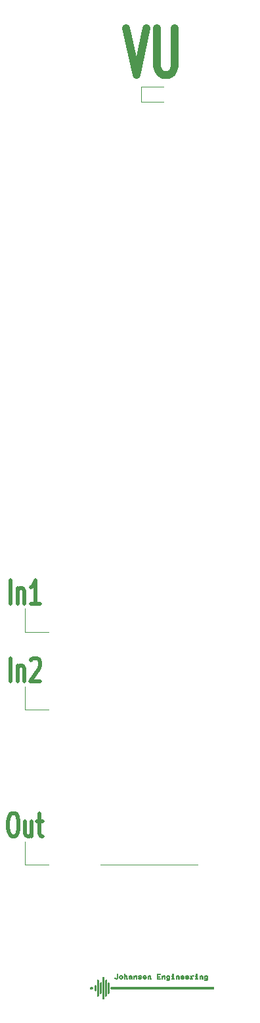
<source format=gto>
G04 #@! TF.GenerationSoftware,KiCad,Pcbnew,(5.1.9)-1*
G04 #@! TF.CreationDate,2021-04-11T23:26:30+02:00*
G04 #@! TF.ProjectId,KicadJE_VU_Meter,4b696361-644a-4455-9f56-555f4d657465,rev?*
G04 #@! TF.SameCoordinates,Original*
G04 #@! TF.FileFunction,Legend,Top*
G04 #@! TF.FilePolarity,Positive*
%FSLAX46Y46*%
G04 Gerber Fmt 4.6, Leading zero omitted, Abs format (unit mm)*
G04 Created by KiCad (PCBNEW (5.1.9)-1) date 2021-04-11 23:26:30*
%MOMM*%
%LPD*%
G01*
G04 APERTURE LIST*
%ADD10C,0.120000*%
%ADD11C,0.500000*%
%ADD12C,1.000000*%
%ADD13C,0.010000*%
%ADD14C,0.150000*%
%ADD15C,10.102000*%
%ADD16O,7.102000X4.102000*%
%ADD17C,35.102000*%
%ADD18C,6.602000*%
G04 APERTURE END LIST*
D10*
X103510000Y-115000000D02*
X103510000Y-112000000D01*
X110510000Y-115000000D02*
X103510000Y-115000000D01*
X103510000Y-125000000D02*
X103510000Y-122000000D01*
X133000000Y-145000000D02*
X103510000Y-145000000D01*
X103510000Y-145000000D02*
X103510000Y-142000000D01*
X110510000Y-125000000D02*
X103510000Y-125000000D01*
D11*
X101843333Y-138357142D02*
X102224285Y-138357142D01*
X102414761Y-138500000D01*
X102605238Y-138785714D01*
X102700476Y-139357142D01*
X102700476Y-140357142D01*
X102605238Y-140928571D01*
X102414761Y-141214285D01*
X102224285Y-141357142D01*
X101843333Y-141357142D01*
X101652857Y-141214285D01*
X101462380Y-140928571D01*
X101367142Y-140357142D01*
X101367142Y-139357142D01*
X101462380Y-138785714D01*
X101652857Y-138500000D01*
X101843333Y-138357142D01*
X104414761Y-139357142D02*
X104414761Y-141357142D01*
X103557619Y-139357142D02*
X103557619Y-140928571D01*
X103652857Y-141214285D01*
X103843333Y-141357142D01*
X104129047Y-141357142D01*
X104319523Y-141214285D01*
X104414761Y-141071428D01*
X105081428Y-139357142D02*
X105843333Y-139357142D01*
X105367142Y-138357142D02*
X105367142Y-140928571D01*
X105462380Y-141214285D01*
X105652857Y-141357142D01*
X105843333Y-141357142D01*
X101652857Y-111357142D02*
X101652857Y-108357142D01*
X102605238Y-109357142D02*
X102605238Y-111357142D01*
X102605238Y-109642857D02*
X102700476Y-109500000D01*
X102890952Y-109357142D01*
X103176666Y-109357142D01*
X103367142Y-109500000D01*
X103462380Y-109785714D01*
X103462380Y-111357142D01*
X105462380Y-111357142D02*
X104319523Y-111357142D01*
X104890952Y-111357142D02*
X104890952Y-108357142D01*
X104700476Y-108785714D01*
X104510000Y-109071428D01*
X104319523Y-109214285D01*
X101652857Y-121357142D02*
X101652857Y-118357142D01*
X102605238Y-119357142D02*
X102605238Y-121357142D01*
X102605238Y-119642857D02*
X102700476Y-119500000D01*
X102890952Y-119357142D01*
X103176666Y-119357142D01*
X103367142Y-119500000D01*
X103462380Y-119785714D01*
X103462380Y-121357142D01*
X104319523Y-118642857D02*
X104414761Y-118500000D01*
X104605238Y-118357142D01*
X105081428Y-118357142D01*
X105271904Y-118500000D01*
X105367142Y-118642857D01*
X105462380Y-118928571D01*
X105462380Y-119214285D01*
X105367142Y-119642857D01*
X104224285Y-121357142D01*
X105462380Y-121357142D01*
D12*
X116571428Y-37214285D02*
X117904761Y-43214285D01*
X119238095Y-37214285D01*
X120571428Y-37214285D02*
X120571428Y-42071428D01*
X120761904Y-42642857D01*
X120952380Y-42928571D01*
X121333333Y-43214285D01*
X122095238Y-43214285D01*
X122476190Y-42928571D01*
X122666666Y-42642857D01*
X122857142Y-42071428D01*
X122857142Y-37214285D01*
D13*
G36*
X125691200Y-159199800D02*
G01*
X125576900Y-159199800D01*
X125576900Y-159072800D01*
X125691200Y-159072800D01*
X125691200Y-159199800D01*
G37*
X125691200Y-159199800D02*
X125576900Y-159199800D01*
X125576900Y-159072800D01*
X125691200Y-159072800D01*
X125691200Y-159199800D01*
G36*
X122643200Y-159199800D02*
G01*
X122528900Y-159199800D01*
X122528900Y-159072800D01*
X122643200Y-159072800D01*
X122643200Y-159199800D01*
G37*
X122643200Y-159199800D02*
X122528900Y-159199800D01*
X122528900Y-159072800D01*
X122643200Y-159072800D01*
X122643200Y-159199800D01*
G36*
X126338114Y-159242318D02*
G01*
X126373195Y-159259123D01*
X126392674Y-159274926D01*
X126434150Y-159311953D01*
X126438239Y-159503526D01*
X126442329Y-159695100D01*
X126338900Y-159695100D01*
X126338900Y-159530907D01*
X126338314Y-159459817D01*
X126336253Y-159409877D01*
X126332258Y-159376854D01*
X126325870Y-159356520D01*
X126318942Y-159346757D01*
X126285287Y-159328974D01*
X126245560Y-159330874D01*
X126206502Y-159350204D01*
X126174851Y-159384714D01*
X126168062Y-159397154D01*
X126156927Y-159433806D01*
X126150505Y-159488629D01*
X126148400Y-159565050D01*
X126148400Y-159695100D01*
X126046800Y-159695100D01*
X126046800Y-159250600D01*
X126097600Y-159250600D01*
X126130192Y-159252142D01*
X126144681Y-159260281D01*
X126148330Y-159280282D01*
X126148400Y-159287430D01*
X126148400Y-159324260D01*
X126191580Y-159281080D01*
X126223768Y-159253238D01*
X126254315Y-159240684D01*
X126292979Y-159237900D01*
X126338114Y-159242318D01*
G37*
X126338114Y-159242318D02*
X126373195Y-159259123D01*
X126392674Y-159274926D01*
X126434150Y-159311953D01*
X126438239Y-159503526D01*
X126442329Y-159695100D01*
X126338900Y-159695100D01*
X126338900Y-159530907D01*
X126338314Y-159459817D01*
X126336253Y-159409877D01*
X126332258Y-159376854D01*
X126325870Y-159356520D01*
X126318942Y-159346757D01*
X126285287Y-159328974D01*
X126245560Y-159330874D01*
X126206502Y-159350204D01*
X126174851Y-159384714D01*
X126168062Y-159397154D01*
X126156927Y-159433806D01*
X126150505Y-159488629D01*
X126148400Y-159565050D01*
X126148400Y-159695100D01*
X126046800Y-159695100D01*
X126046800Y-159250600D01*
X126097600Y-159250600D01*
X126130192Y-159252142D01*
X126144681Y-159260281D01*
X126148330Y-159280282D01*
X126148400Y-159287430D01*
X126148400Y-159324260D01*
X126191580Y-159281080D01*
X126223768Y-159253238D01*
X126254315Y-159240684D01*
X126292979Y-159237900D01*
X126338114Y-159242318D01*
G36*
X125691200Y-159606200D02*
G01*
X125742000Y-159606200D01*
X125774525Y-159607545D01*
X125788979Y-159615854D01*
X125792686Y-159637533D01*
X125792800Y-159650650D01*
X125792800Y-159695100D01*
X125488000Y-159695100D01*
X125488000Y-159650650D01*
X125489965Y-159620858D01*
X125501057Y-159608640D01*
X125529066Y-159606205D01*
X125532450Y-159606200D01*
X125576900Y-159606200D01*
X125576900Y-159339500D01*
X125532450Y-159339500D01*
X125502658Y-159337534D01*
X125490440Y-159326442D01*
X125488005Y-159298433D01*
X125488000Y-159295050D01*
X125488000Y-159250600D01*
X125691200Y-159250600D01*
X125691200Y-159606200D01*
G37*
X125691200Y-159606200D02*
X125742000Y-159606200D01*
X125774525Y-159607545D01*
X125788979Y-159615854D01*
X125792686Y-159637533D01*
X125792800Y-159650650D01*
X125792800Y-159695100D01*
X125488000Y-159695100D01*
X125488000Y-159650650D01*
X125489965Y-159620858D01*
X125501057Y-159608640D01*
X125529066Y-159606205D01*
X125532450Y-159606200D01*
X125576900Y-159606200D01*
X125576900Y-159339500D01*
X125532450Y-159339500D01*
X125502658Y-159337534D01*
X125490440Y-159326442D01*
X125488005Y-159298433D01*
X125488000Y-159295050D01*
X125488000Y-159250600D01*
X125691200Y-159250600D01*
X125691200Y-159606200D01*
G36*
X125233699Y-159240912D02*
G01*
X125258516Y-159250885D01*
X125265016Y-159270931D01*
X125258113Y-159299630D01*
X125247462Y-159325131D01*
X125233608Y-159335481D01*
X125207593Y-159335040D01*
X125190351Y-159332606D01*
X125129116Y-159333141D01*
X125075228Y-159351791D01*
X125035106Y-159385879D01*
X125025293Y-159401368D01*
X125012681Y-159441577D01*
X125006047Y-159497735D01*
X125005400Y-159523019D01*
X125005400Y-159606200D01*
X125056200Y-159606200D01*
X125088725Y-159607545D01*
X125103179Y-159615854D01*
X125106886Y-159637533D01*
X125107000Y-159650650D01*
X125107000Y-159695100D01*
X124802200Y-159695100D01*
X124802200Y-159650650D01*
X124803737Y-159622190D01*
X124813233Y-159609542D01*
X124838010Y-159606299D01*
X124853000Y-159606200D01*
X124903800Y-159606200D01*
X124903800Y-159326800D01*
X124853000Y-159326800D01*
X124820426Y-159325295D01*
X124805946Y-159317142D01*
X124802280Y-159296881D01*
X124802200Y-159288700D01*
X124802200Y-159250600D01*
X125005400Y-159250600D01*
X125005400Y-159332890D01*
X125038393Y-159297307D01*
X125082463Y-159260769D01*
X125133745Y-159242216D01*
X125187201Y-159238094D01*
X125233699Y-159240912D01*
G37*
X125233699Y-159240912D02*
X125258516Y-159250885D01*
X125265016Y-159270931D01*
X125258113Y-159299630D01*
X125247462Y-159325131D01*
X125233608Y-159335481D01*
X125207593Y-159335040D01*
X125190351Y-159332606D01*
X125129116Y-159333141D01*
X125075228Y-159351791D01*
X125035106Y-159385879D01*
X125025293Y-159401368D01*
X125012681Y-159441577D01*
X125006047Y-159497735D01*
X125005400Y-159523019D01*
X125005400Y-159606200D01*
X125056200Y-159606200D01*
X125088725Y-159607545D01*
X125103179Y-159615854D01*
X125106886Y-159637533D01*
X125107000Y-159650650D01*
X125107000Y-159695100D01*
X124802200Y-159695100D01*
X124802200Y-159650650D01*
X124803737Y-159622190D01*
X124813233Y-159609542D01*
X124838010Y-159606299D01*
X124853000Y-159606200D01*
X124903800Y-159606200D01*
X124903800Y-159326800D01*
X124853000Y-159326800D01*
X124820426Y-159325295D01*
X124805946Y-159317142D01*
X124802280Y-159296881D01*
X124802200Y-159288700D01*
X124802200Y-159250600D01*
X125005400Y-159250600D01*
X125005400Y-159332890D01*
X125038393Y-159297307D01*
X125082463Y-159260769D01*
X125133745Y-159242216D01*
X125187201Y-159238094D01*
X125233699Y-159240912D01*
G36*
X123290114Y-159242318D02*
G01*
X123325195Y-159259123D01*
X123344674Y-159274926D01*
X123386150Y-159311953D01*
X123390239Y-159503526D01*
X123394329Y-159695100D01*
X123290900Y-159695100D01*
X123290900Y-159530907D01*
X123290314Y-159459817D01*
X123288253Y-159409877D01*
X123284258Y-159376854D01*
X123277870Y-159356520D01*
X123270942Y-159346757D01*
X123237287Y-159328974D01*
X123197560Y-159330874D01*
X123158502Y-159350204D01*
X123126851Y-159384714D01*
X123120062Y-159397154D01*
X123108927Y-159433806D01*
X123102505Y-159488629D01*
X123100400Y-159565050D01*
X123100400Y-159695100D01*
X122998800Y-159695100D01*
X122998800Y-159250600D01*
X123049600Y-159250600D01*
X123082192Y-159252142D01*
X123096681Y-159260281D01*
X123100330Y-159280282D01*
X123100400Y-159287430D01*
X123100400Y-159324260D01*
X123143580Y-159281080D01*
X123175768Y-159253238D01*
X123206315Y-159240684D01*
X123244979Y-159237900D01*
X123290114Y-159242318D01*
G37*
X123290114Y-159242318D02*
X123325195Y-159259123D01*
X123344674Y-159274926D01*
X123386150Y-159311953D01*
X123390239Y-159503526D01*
X123394329Y-159695100D01*
X123290900Y-159695100D01*
X123290900Y-159530907D01*
X123290314Y-159459817D01*
X123288253Y-159409877D01*
X123284258Y-159376854D01*
X123277870Y-159356520D01*
X123270942Y-159346757D01*
X123237287Y-159328974D01*
X123197560Y-159330874D01*
X123158502Y-159350204D01*
X123126851Y-159384714D01*
X123120062Y-159397154D01*
X123108927Y-159433806D01*
X123102505Y-159488629D01*
X123100400Y-159565050D01*
X123100400Y-159695100D01*
X122998800Y-159695100D01*
X122998800Y-159250600D01*
X123049600Y-159250600D01*
X123082192Y-159252142D01*
X123096681Y-159260281D01*
X123100330Y-159280282D01*
X123100400Y-159287430D01*
X123100400Y-159324260D01*
X123143580Y-159281080D01*
X123175768Y-159253238D01*
X123206315Y-159240684D01*
X123244979Y-159237900D01*
X123290114Y-159242318D01*
G36*
X122643200Y-159606200D02*
G01*
X122694000Y-159606200D01*
X122726525Y-159607545D01*
X122740979Y-159615854D01*
X122744686Y-159637533D01*
X122744800Y-159650650D01*
X122744800Y-159695100D01*
X122440000Y-159695100D01*
X122440000Y-159650650D01*
X122441965Y-159620858D01*
X122453057Y-159608640D01*
X122481066Y-159606205D01*
X122484450Y-159606200D01*
X122528900Y-159606200D01*
X122528900Y-159339500D01*
X122484450Y-159339500D01*
X122454658Y-159337534D01*
X122442440Y-159326442D01*
X122440005Y-159298433D01*
X122440000Y-159295050D01*
X122440000Y-159250600D01*
X122643200Y-159250600D01*
X122643200Y-159606200D01*
G37*
X122643200Y-159606200D02*
X122694000Y-159606200D01*
X122726525Y-159607545D01*
X122740979Y-159615854D01*
X122744686Y-159637533D01*
X122744800Y-159650650D01*
X122744800Y-159695100D01*
X122440000Y-159695100D01*
X122440000Y-159650650D01*
X122441965Y-159620858D01*
X122453057Y-159608640D01*
X122481066Y-159606205D01*
X122484450Y-159606200D01*
X122528900Y-159606200D01*
X122528900Y-159339500D01*
X122484450Y-159339500D01*
X122454658Y-159337534D01*
X122442440Y-159326442D01*
X122440005Y-159298433D01*
X122440000Y-159295050D01*
X122440000Y-159250600D01*
X122643200Y-159250600D01*
X122643200Y-159606200D01*
G36*
X121461314Y-159242318D02*
G01*
X121496395Y-159259123D01*
X121515874Y-159274926D01*
X121557350Y-159311953D01*
X121561439Y-159503526D01*
X121565529Y-159695100D01*
X121462100Y-159695100D01*
X121462100Y-159530907D01*
X121461514Y-159459817D01*
X121459453Y-159409877D01*
X121455458Y-159376854D01*
X121449070Y-159356520D01*
X121442142Y-159346757D01*
X121408487Y-159328974D01*
X121368760Y-159330874D01*
X121329702Y-159350204D01*
X121298051Y-159384714D01*
X121291262Y-159397154D01*
X121280127Y-159433806D01*
X121273705Y-159488629D01*
X121271600Y-159565050D01*
X121271600Y-159695100D01*
X121170000Y-159695100D01*
X121170000Y-159250600D01*
X121220800Y-159250600D01*
X121253392Y-159252142D01*
X121267881Y-159260281D01*
X121271530Y-159280282D01*
X121271600Y-159287430D01*
X121271600Y-159324260D01*
X121314780Y-159281080D01*
X121346968Y-159253238D01*
X121377515Y-159240684D01*
X121416179Y-159237900D01*
X121461314Y-159242318D01*
G37*
X121461314Y-159242318D02*
X121496395Y-159259123D01*
X121515874Y-159274926D01*
X121557350Y-159311953D01*
X121561439Y-159503526D01*
X121565529Y-159695100D01*
X121462100Y-159695100D01*
X121462100Y-159530907D01*
X121461514Y-159459817D01*
X121459453Y-159409877D01*
X121455458Y-159376854D01*
X121449070Y-159356520D01*
X121442142Y-159346757D01*
X121408487Y-159328974D01*
X121368760Y-159330874D01*
X121329702Y-159350204D01*
X121298051Y-159384714D01*
X121291262Y-159397154D01*
X121280127Y-159433806D01*
X121273705Y-159488629D01*
X121271600Y-159565050D01*
X121271600Y-159695100D01*
X121170000Y-159695100D01*
X121170000Y-159250600D01*
X121220800Y-159250600D01*
X121253392Y-159252142D01*
X121267881Y-159260281D01*
X121271530Y-159280282D01*
X121271600Y-159287430D01*
X121271600Y-159324260D01*
X121314780Y-159281080D01*
X121346968Y-159253238D01*
X121377515Y-159240684D01*
X121416179Y-159237900D01*
X121461314Y-159242318D01*
G36*
X120954100Y-159161700D02*
G01*
X120662000Y-159161700D01*
X120662000Y-159339500D01*
X120890600Y-159339500D01*
X120890600Y-159428400D01*
X120662000Y-159428400D01*
X120662000Y-159606200D01*
X120954100Y-159606200D01*
X120954100Y-159695100D01*
X120560400Y-159695100D01*
X120560400Y-159072800D01*
X120954100Y-159072800D01*
X120954100Y-159161700D01*
G37*
X120954100Y-159161700D02*
X120662000Y-159161700D01*
X120662000Y-159339500D01*
X120890600Y-159339500D01*
X120890600Y-159428400D01*
X120662000Y-159428400D01*
X120662000Y-159606200D01*
X120954100Y-159606200D01*
X120954100Y-159695100D01*
X120560400Y-159695100D01*
X120560400Y-159072800D01*
X120954100Y-159072800D01*
X120954100Y-159161700D01*
G36*
X119645214Y-159242318D02*
G01*
X119680295Y-159259123D01*
X119699774Y-159274926D01*
X119741250Y-159311953D01*
X119745339Y-159503526D01*
X119749429Y-159695100D01*
X119646000Y-159695100D01*
X119646000Y-159530907D01*
X119645414Y-159459817D01*
X119643353Y-159409877D01*
X119639358Y-159376854D01*
X119632970Y-159356520D01*
X119626042Y-159346757D01*
X119592387Y-159328974D01*
X119552660Y-159330874D01*
X119513602Y-159350204D01*
X119481951Y-159384714D01*
X119475162Y-159397154D01*
X119464027Y-159433806D01*
X119457605Y-159488629D01*
X119455500Y-159565050D01*
X119455500Y-159695100D01*
X119353900Y-159695100D01*
X119353900Y-159250600D01*
X119404700Y-159250600D01*
X119437292Y-159252142D01*
X119451781Y-159260281D01*
X119455430Y-159280282D01*
X119455500Y-159287430D01*
X119455500Y-159324260D01*
X119498680Y-159281080D01*
X119530868Y-159253238D01*
X119561415Y-159240684D01*
X119600079Y-159237900D01*
X119645214Y-159242318D01*
G37*
X119645214Y-159242318D02*
X119680295Y-159259123D01*
X119699774Y-159274926D01*
X119741250Y-159311953D01*
X119745339Y-159503526D01*
X119749429Y-159695100D01*
X119646000Y-159695100D01*
X119646000Y-159530907D01*
X119645414Y-159459817D01*
X119643353Y-159409877D01*
X119639358Y-159376854D01*
X119632970Y-159356520D01*
X119626042Y-159346757D01*
X119592387Y-159328974D01*
X119552660Y-159330874D01*
X119513602Y-159350204D01*
X119481951Y-159384714D01*
X119475162Y-159397154D01*
X119464027Y-159433806D01*
X119457605Y-159488629D01*
X119455500Y-159565050D01*
X119455500Y-159695100D01*
X119353900Y-159695100D01*
X119353900Y-159250600D01*
X119404700Y-159250600D01*
X119437292Y-159252142D01*
X119451781Y-159260281D01*
X119455430Y-159280282D01*
X119455500Y-159287430D01*
X119455500Y-159324260D01*
X119498680Y-159281080D01*
X119530868Y-159253238D01*
X119561415Y-159240684D01*
X119600079Y-159237900D01*
X119645214Y-159242318D01*
G36*
X117816414Y-159242318D02*
G01*
X117851495Y-159259123D01*
X117870974Y-159274926D01*
X117912450Y-159311953D01*
X117916539Y-159503526D01*
X117920629Y-159695100D01*
X117817200Y-159695100D01*
X117817200Y-159530907D01*
X117816614Y-159459817D01*
X117814553Y-159409877D01*
X117810558Y-159376854D01*
X117804170Y-159356520D01*
X117797242Y-159346757D01*
X117763587Y-159328974D01*
X117723860Y-159330874D01*
X117684802Y-159350204D01*
X117653151Y-159384714D01*
X117646362Y-159397154D01*
X117635227Y-159433806D01*
X117628805Y-159488629D01*
X117626700Y-159565050D01*
X117626700Y-159695100D01*
X117525100Y-159695100D01*
X117525100Y-159250600D01*
X117575900Y-159250600D01*
X117608492Y-159252142D01*
X117622981Y-159260281D01*
X117626630Y-159280282D01*
X117626700Y-159287430D01*
X117626700Y-159324260D01*
X117669880Y-159281080D01*
X117702068Y-159253238D01*
X117732615Y-159240684D01*
X117771279Y-159237900D01*
X117816414Y-159242318D01*
G37*
X117816414Y-159242318D02*
X117851495Y-159259123D01*
X117870974Y-159274926D01*
X117912450Y-159311953D01*
X117916539Y-159503526D01*
X117920629Y-159695100D01*
X117817200Y-159695100D01*
X117817200Y-159530907D01*
X117816614Y-159459817D01*
X117814553Y-159409877D01*
X117810558Y-159376854D01*
X117804170Y-159356520D01*
X117797242Y-159346757D01*
X117763587Y-159328974D01*
X117723860Y-159330874D01*
X117684802Y-159350204D01*
X117653151Y-159384714D01*
X117646362Y-159397154D01*
X117635227Y-159433806D01*
X117628805Y-159488629D01*
X117626700Y-159565050D01*
X117626700Y-159695100D01*
X117525100Y-159695100D01*
X117525100Y-159250600D01*
X117575900Y-159250600D01*
X117608492Y-159252142D01*
X117622981Y-159260281D01*
X117626630Y-159280282D01*
X117626700Y-159287430D01*
X117626700Y-159324260D01*
X117669880Y-159281080D01*
X117702068Y-159253238D01*
X117732615Y-159240684D01*
X117771279Y-159237900D01*
X117816414Y-159242318D01*
G36*
X116407500Y-159327200D02*
G01*
X116443179Y-159287268D01*
X116472611Y-159260600D01*
X116506477Y-159246655D01*
X116542965Y-159241176D01*
X116583943Y-159239143D01*
X116611809Y-159245321D01*
X116638423Y-159263284D01*
X116650161Y-159273485D01*
X116693250Y-159311953D01*
X116697339Y-159503526D01*
X116701429Y-159695100D01*
X116598000Y-159695100D01*
X116598000Y-159530907D01*
X116597414Y-159459817D01*
X116595353Y-159409877D01*
X116591358Y-159376854D01*
X116584970Y-159356520D01*
X116578042Y-159346757D01*
X116544387Y-159328974D01*
X116504660Y-159330874D01*
X116465602Y-159350204D01*
X116433951Y-159384714D01*
X116427162Y-159397154D01*
X116416027Y-159433806D01*
X116409605Y-159488629D01*
X116407500Y-159565050D01*
X116407500Y-159695100D01*
X116305900Y-159695100D01*
X116305900Y-159072800D01*
X116407500Y-159072800D01*
X116407500Y-159327200D01*
G37*
X116407500Y-159327200D02*
X116443179Y-159287268D01*
X116472611Y-159260600D01*
X116506477Y-159246655D01*
X116542965Y-159241176D01*
X116583943Y-159239143D01*
X116611809Y-159245321D01*
X116638423Y-159263284D01*
X116650161Y-159273485D01*
X116693250Y-159311953D01*
X116697339Y-159503526D01*
X116701429Y-159695100D01*
X116598000Y-159695100D01*
X116598000Y-159530907D01*
X116597414Y-159459817D01*
X116595353Y-159409877D01*
X116591358Y-159376854D01*
X116584970Y-159356520D01*
X116578042Y-159346757D01*
X116544387Y-159328974D01*
X116504660Y-159330874D01*
X116465602Y-159350204D01*
X116433951Y-159384714D01*
X116427162Y-159397154D01*
X116416027Y-159433806D01*
X116409605Y-159488629D01*
X116407500Y-159565050D01*
X116407500Y-159695100D01*
X116305900Y-159695100D01*
X116305900Y-159072800D01*
X116407500Y-159072800D01*
X116407500Y-159327200D01*
G36*
X124480413Y-159245787D02*
G01*
X124542081Y-159270491D01*
X124582518Y-159303111D01*
X124617361Y-159355044D01*
X124644231Y-159423481D01*
X124655115Y-159469675D01*
X124663650Y-159517300D01*
X124282044Y-159517300D01*
X124296231Y-159548437D01*
X124322015Y-159579278D01*
X124363617Y-159603967D01*
X124411480Y-159617471D01*
X124429469Y-159618621D01*
X124463706Y-159613124D01*
X124505711Y-159599704D01*
X124519304Y-159593985D01*
X124572959Y-159569628D01*
X124598501Y-159602101D01*
X124624044Y-159634573D01*
X124592542Y-159659353D01*
X124534692Y-159690285D01*
X124464466Y-159705651D01*
X124390081Y-159704756D01*
X124319751Y-159686909D01*
X124310914Y-159683118D01*
X124254086Y-159644411D01*
X124213056Y-159590243D01*
X124188965Y-159525896D01*
X124182956Y-159456654D01*
X124192211Y-159408435D01*
X124293971Y-159408435D01*
X124304865Y-159419892D01*
X124336586Y-159426036D01*
X124391057Y-159428276D01*
X124414850Y-159428400D01*
X124474137Y-159427503D01*
X124511624Y-159424482D01*
X124530856Y-159418842D01*
X124535500Y-159411563D01*
X124526899Y-159392145D01*
X124505878Y-159366977D01*
X124502726Y-159363938D01*
X124468051Y-159341118D01*
X124423684Y-159333285D01*
X124414850Y-159333150D01*
X124367831Y-159338951D01*
X124332384Y-159359083D01*
X124326973Y-159363938D01*
X124301981Y-159390254D01*
X124293971Y-159408435D01*
X124192211Y-159408435D01*
X124196172Y-159387800D01*
X124229753Y-159324617D01*
X124232623Y-159320889D01*
X124282212Y-159276662D01*
X124344216Y-159249191D01*
X124412370Y-159238794D01*
X124480413Y-159245787D01*
G37*
X124480413Y-159245787D02*
X124542081Y-159270491D01*
X124582518Y-159303111D01*
X124617361Y-159355044D01*
X124644231Y-159423481D01*
X124655115Y-159469675D01*
X124663650Y-159517300D01*
X124282044Y-159517300D01*
X124296231Y-159548437D01*
X124322015Y-159579278D01*
X124363617Y-159603967D01*
X124411480Y-159617471D01*
X124429469Y-159618621D01*
X124463706Y-159613124D01*
X124505711Y-159599704D01*
X124519304Y-159593985D01*
X124572959Y-159569628D01*
X124598501Y-159602101D01*
X124624044Y-159634573D01*
X124592542Y-159659353D01*
X124534692Y-159690285D01*
X124464466Y-159705651D01*
X124390081Y-159704756D01*
X124319751Y-159686909D01*
X124310914Y-159683118D01*
X124254086Y-159644411D01*
X124213056Y-159590243D01*
X124188965Y-159525896D01*
X124182956Y-159456654D01*
X124192211Y-159408435D01*
X124293971Y-159408435D01*
X124304865Y-159419892D01*
X124336586Y-159426036D01*
X124391057Y-159428276D01*
X124414850Y-159428400D01*
X124474137Y-159427503D01*
X124511624Y-159424482D01*
X124530856Y-159418842D01*
X124535500Y-159411563D01*
X124526899Y-159392145D01*
X124505878Y-159366977D01*
X124502726Y-159363938D01*
X124468051Y-159341118D01*
X124423684Y-159333285D01*
X124414850Y-159333150D01*
X124367831Y-159338951D01*
X124332384Y-159359083D01*
X124326973Y-159363938D01*
X124301981Y-159390254D01*
X124293971Y-159408435D01*
X124192211Y-159408435D01*
X124196172Y-159387800D01*
X124229753Y-159324617D01*
X124232623Y-159320889D01*
X124282212Y-159276662D01*
X124344216Y-159249191D01*
X124412370Y-159238794D01*
X124480413Y-159245787D01*
G36*
X123870813Y-159245787D02*
G01*
X123932481Y-159270491D01*
X123972918Y-159303111D01*
X124007761Y-159355044D01*
X124034631Y-159423481D01*
X124045515Y-159469675D01*
X124054050Y-159517300D01*
X123672444Y-159517300D01*
X123686631Y-159548437D01*
X123712415Y-159579278D01*
X123754017Y-159603967D01*
X123801880Y-159617471D01*
X123819869Y-159618621D01*
X123854106Y-159613124D01*
X123896111Y-159599704D01*
X123909704Y-159593985D01*
X123963359Y-159569628D01*
X123988901Y-159602101D01*
X124014444Y-159634573D01*
X123982942Y-159659353D01*
X123925092Y-159690285D01*
X123854866Y-159705651D01*
X123780481Y-159704756D01*
X123710151Y-159686909D01*
X123701314Y-159683118D01*
X123644486Y-159644411D01*
X123603456Y-159590243D01*
X123579365Y-159525896D01*
X123573356Y-159456654D01*
X123582611Y-159408435D01*
X123684371Y-159408435D01*
X123695265Y-159419892D01*
X123726986Y-159426036D01*
X123781457Y-159428276D01*
X123805250Y-159428400D01*
X123864537Y-159427503D01*
X123902024Y-159424482D01*
X123921256Y-159418842D01*
X123925900Y-159411563D01*
X123917299Y-159392145D01*
X123896278Y-159366977D01*
X123893126Y-159363938D01*
X123858451Y-159341118D01*
X123814084Y-159333285D01*
X123805250Y-159333150D01*
X123758231Y-159338951D01*
X123722784Y-159359083D01*
X123717373Y-159363938D01*
X123692381Y-159390254D01*
X123684371Y-159408435D01*
X123582611Y-159408435D01*
X123586572Y-159387800D01*
X123620153Y-159324617D01*
X123623023Y-159320889D01*
X123672612Y-159276662D01*
X123734616Y-159249191D01*
X123802770Y-159238794D01*
X123870813Y-159245787D01*
G37*
X123870813Y-159245787D02*
X123932481Y-159270491D01*
X123972918Y-159303111D01*
X124007761Y-159355044D01*
X124034631Y-159423481D01*
X124045515Y-159469675D01*
X124054050Y-159517300D01*
X123672444Y-159517300D01*
X123686631Y-159548437D01*
X123712415Y-159579278D01*
X123754017Y-159603967D01*
X123801880Y-159617471D01*
X123819869Y-159618621D01*
X123854106Y-159613124D01*
X123896111Y-159599704D01*
X123909704Y-159593985D01*
X123963359Y-159569628D01*
X123988901Y-159602101D01*
X124014444Y-159634573D01*
X123982942Y-159659353D01*
X123925092Y-159690285D01*
X123854866Y-159705651D01*
X123780481Y-159704756D01*
X123710151Y-159686909D01*
X123701314Y-159683118D01*
X123644486Y-159644411D01*
X123603456Y-159590243D01*
X123579365Y-159525896D01*
X123573356Y-159456654D01*
X123582611Y-159408435D01*
X123684371Y-159408435D01*
X123695265Y-159419892D01*
X123726986Y-159426036D01*
X123781457Y-159428276D01*
X123805250Y-159428400D01*
X123864537Y-159427503D01*
X123902024Y-159424482D01*
X123921256Y-159418842D01*
X123925900Y-159411563D01*
X123917299Y-159392145D01*
X123896278Y-159366977D01*
X123893126Y-159363938D01*
X123858451Y-159341118D01*
X123814084Y-159333285D01*
X123805250Y-159333150D01*
X123758231Y-159338951D01*
X123722784Y-159359083D01*
X123717373Y-159363938D01*
X123692381Y-159390254D01*
X123684371Y-159408435D01*
X123582611Y-159408435D01*
X123586572Y-159387800D01*
X123620153Y-159324617D01*
X123623023Y-159320889D01*
X123672612Y-159276662D01*
X123734616Y-159249191D01*
X123802770Y-159238794D01*
X123870813Y-159245787D01*
G36*
X119006713Y-159245787D02*
G01*
X119068381Y-159270491D01*
X119108818Y-159303111D01*
X119143661Y-159355044D01*
X119170531Y-159423481D01*
X119181415Y-159469675D01*
X119189950Y-159517300D01*
X118808344Y-159517300D01*
X118822531Y-159548437D01*
X118848315Y-159579278D01*
X118889917Y-159603967D01*
X118937780Y-159617471D01*
X118955769Y-159618621D01*
X118990006Y-159613124D01*
X119032011Y-159599704D01*
X119045604Y-159593985D01*
X119099259Y-159569628D01*
X119124801Y-159602101D01*
X119150344Y-159634573D01*
X119118842Y-159659353D01*
X119060992Y-159690285D01*
X118990766Y-159705651D01*
X118916381Y-159704756D01*
X118846051Y-159686909D01*
X118837214Y-159683118D01*
X118780386Y-159644411D01*
X118739356Y-159590243D01*
X118715265Y-159525896D01*
X118709256Y-159456654D01*
X118718511Y-159408435D01*
X118820271Y-159408435D01*
X118831165Y-159419892D01*
X118862886Y-159426036D01*
X118917357Y-159428276D01*
X118941150Y-159428400D01*
X119000437Y-159427503D01*
X119037924Y-159424482D01*
X119057156Y-159418842D01*
X119061800Y-159411563D01*
X119053199Y-159392145D01*
X119032178Y-159366977D01*
X119029026Y-159363938D01*
X118994351Y-159341118D01*
X118949984Y-159333285D01*
X118941150Y-159333150D01*
X118894131Y-159338951D01*
X118858684Y-159359083D01*
X118853273Y-159363938D01*
X118828281Y-159390254D01*
X118820271Y-159408435D01*
X118718511Y-159408435D01*
X118722472Y-159387800D01*
X118756053Y-159324617D01*
X118758923Y-159320889D01*
X118808512Y-159276662D01*
X118870516Y-159249191D01*
X118938670Y-159238794D01*
X119006713Y-159245787D01*
G37*
X119006713Y-159245787D02*
X119068381Y-159270491D01*
X119108818Y-159303111D01*
X119143661Y-159355044D01*
X119170531Y-159423481D01*
X119181415Y-159469675D01*
X119189950Y-159517300D01*
X118808344Y-159517300D01*
X118822531Y-159548437D01*
X118848315Y-159579278D01*
X118889917Y-159603967D01*
X118937780Y-159617471D01*
X118955769Y-159618621D01*
X118990006Y-159613124D01*
X119032011Y-159599704D01*
X119045604Y-159593985D01*
X119099259Y-159569628D01*
X119124801Y-159602101D01*
X119150344Y-159634573D01*
X119118842Y-159659353D01*
X119060992Y-159690285D01*
X118990766Y-159705651D01*
X118916381Y-159704756D01*
X118846051Y-159686909D01*
X118837214Y-159683118D01*
X118780386Y-159644411D01*
X118739356Y-159590243D01*
X118715265Y-159525896D01*
X118709256Y-159456654D01*
X118718511Y-159408435D01*
X118820271Y-159408435D01*
X118831165Y-159419892D01*
X118862886Y-159426036D01*
X118917357Y-159428276D01*
X118941150Y-159428400D01*
X119000437Y-159427503D01*
X119037924Y-159424482D01*
X119057156Y-159418842D01*
X119061800Y-159411563D01*
X119053199Y-159392145D01*
X119032178Y-159366977D01*
X119029026Y-159363938D01*
X118994351Y-159341118D01*
X118949984Y-159333285D01*
X118941150Y-159333150D01*
X118894131Y-159338951D01*
X118858684Y-159359083D01*
X118853273Y-159363938D01*
X118828281Y-159390254D01*
X118820271Y-159408435D01*
X118718511Y-159408435D01*
X118722472Y-159387800D01*
X118756053Y-159324617D01*
X118758923Y-159320889D01*
X118808512Y-159276662D01*
X118870516Y-159249191D01*
X118938670Y-159238794D01*
X119006713Y-159245787D01*
G36*
X118400632Y-159244386D02*
G01*
X118455840Y-159258028D01*
X118495922Y-159278107D01*
X118500489Y-159281961D01*
X118509083Y-159303001D01*
X118504268Y-159328982D01*
X118490296Y-159350658D01*
X118471419Y-159358784D01*
X118465812Y-159357362D01*
X118415036Y-159341203D01*
X118360246Y-159332510D01*
X118307734Y-159331212D01*
X118263790Y-159337235D01*
X118234704Y-159350507D01*
X118227596Y-159360104D01*
X118225073Y-159376955D01*
X118234520Y-159390282D01*
X118259387Y-159401783D01*
X118303120Y-159413152D01*
X118357231Y-159423894D01*
X118433536Y-159441949D01*
X118487294Y-159464676D01*
X118521223Y-159494158D01*
X118538045Y-159532478D01*
X118541100Y-159564728D01*
X118529745Y-159615487D01*
X118498029Y-159656412D01*
X118449475Y-159686315D01*
X118387607Y-159704004D01*
X118315947Y-159708289D01*
X118238019Y-159697982D01*
X118188425Y-159683852D01*
X118150170Y-159669782D01*
X118122498Y-159658020D01*
X118113690Y-159652924D01*
X118112751Y-159637125D01*
X118120877Y-159609004D01*
X118122234Y-159605634D01*
X118131168Y-159585529D01*
X118141020Y-159575070D01*
X118157453Y-159573986D01*
X118186129Y-159582007D01*
X118232712Y-159598863D01*
X118236300Y-159600186D01*
X118310662Y-159615855D01*
X118354522Y-159615520D01*
X118406786Y-159605698D01*
X118435099Y-159590062D01*
X118439457Y-159571258D01*
X118419859Y-159551932D01*
X118376303Y-159534730D01*
X118354593Y-159529532D01*
X118284467Y-159514410D01*
X118234551Y-159501934D01*
X118200033Y-159490387D01*
X118176098Y-159478053D01*
X118157936Y-159463218D01*
X118152337Y-159457425D01*
X118126407Y-159413509D01*
X118122862Y-159366210D01*
X118139996Y-159320198D01*
X118176104Y-159280141D01*
X118227601Y-159251407D01*
X118278179Y-159240142D01*
X118338634Y-159238113D01*
X118400632Y-159244386D01*
G37*
X118400632Y-159244386D02*
X118455840Y-159258028D01*
X118495922Y-159278107D01*
X118500489Y-159281961D01*
X118509083Y-159303001D01*
X118504268Y-159328982D01*
X118490296Y-159350658D01*
X118471419Y-159358784D01*
X118465812Y-159357362D01*
X118415036Y-159341203D01*
X118360246Y-159332510D01*
X118307734Y-159331212D01*
X118263790Y-159337235D01*
X118234704Y-159350507D01*
X118227596Y-159360104D01*
X118225073Y-159376955D01*
X118234520Y-159390282D01*
X118259387Y-159401783D01*
X118303120Y-159413152D01*
X118357231Y-159423894D01*
X118433536Y-159441949D01*
X118487294Y-159464676D01*
X118521223Y-159494158D01*
X118538045Y-159532478D01*
X118541100Y-159564728D01*
X118529745Y-159615487D01*
X118498029Y-159656412D01*
X118449475Y-159686315D01*
X118387607Y-159704004D01*
X118315947Y-159708289D01*
X118238019Y-159697982D01*
X118188425Y-159683852D01*
X118150170Y-159669782D01*
X118122498Y-159658020D01*
X118113690Y-159652924D01*
X118112751Y-159637125D01*
X118120877Y-159609004D01*
X118122234Y-159605634D01*
X118131168Y-159585529D01*
X118141020Y-159575070D01*
X118157453Y-159573986D01*
X118186129Y-159582007D01*
X118232712Y-159598863D01*
X118236300Y-159600186D01*
X118310662Y-159615855D01*
X118354522Y-159615520D01*
X118406786Y-159605698D01*
X118435099Y-159590062D01*
X118439457Y-159571258D01*
X118419859Y-159551932D01*
X118376303Y-159534730D01*
X118354593Y-159529532D01*
X118284467Y-159514410D01*
X118234551Y-159501934D01*
X118200033Y-159490387D01*
X118176098Y-159478053D01*
X118157936Y-159463218D01*
X118152337Y-159457425D01*
X118126407Y-159413509D01*
X118122862Y-159366210D01*
X118139996Y-159320198D01*
X118176104Y-159280141D01*
X118227601Y-159251407D01*
X118278179Y-159240142D01*
X118338634Y-159238113D01*
X118400632Y-159244386D01*
G36*
X117210260Y-159256458D02*
G01*
X117263969Y-159289144D01*
X117281667Y-159307923D01*
X117292735Y-159323957D01*
X117300377Y-159342230D01*
X117305218Y-159367537D01*
X117307884Y-159404675D01*
X117309001Y-159458440D01*
X117309200Y-159519012D01*
X117309200Y-159695100D01*
X117258400Y-159695100D01*
X117225216Y-159693002D01*
X117210537Y-159684441D01*
X117207600Y-159669319D01*
X117206428Y-159653311D01*
X117198873Y-159651680D01*
X117178879Y-159664802D01*
X117169535Y-159671681D01*
X117123244Y-159694024D01*
X117058225Y-159705114D01*
X117055474Y-159705321D01*
X117012093Y-159707472D01*
X116984204Y-159703939D01*
X116962026Y-159691546D01*
X116935775Y-159667115D01*
X116934789Y-159666129D01*
X116905543Y-159632043D01*
X116892460Y-159600556D01*
X116890100Y-159571764D01*
X116893730Y-159554688D01*
X116993668Y-159554688D01*
X116999133Y-159588354D01*
X117024725Y-159609379D01*
X117067574Y-159615900D01*
X117085850Y-159614447D01*
X117127983Y-159603725D01*
X117165066Y-159585989D01*
X117168400Y-159583649D01*
X117193180Y-159555884D01*
X117205268Y-159525569D01*
X117206058Y-159505397D01*
X117197957Y-159495600D01*
X117174768Y-159492604D01*
X117148118Y-159492616D01*
X117080418Y-159498505D01*
X117030383Y-159513688D01*
X117000657Y-159537104D01*
X116993668Y-159554688D01*
X116893730Y-159554688D01*
X116901569Y-159517825D01*
X116935378Y-159474750D01*
X116990630Y-159443148D01*
X117066427Y-159423630D01*
X117116183Y-159418289D01*
X117163879Y-159414585D01*
X117191287Y-159409955D01*
X117203505Y-159402538D01*
X117205629Y-159390475D01*
X117205083Y-159385836D01*
X117191827Y-159360933D01*
X117167128Y-159340309D01*
X117137136Y-159330639D01*
X117095911Y-159330668D01*
X117039406Y-159340783D01*
X116971899Y-159358898D01*
X116949367Y-159358480D01*
X116932747Y-159337849D01*
X116930463Y-159333045D01*
X116921032Y-159306525D01*
X116924816Y-159288529D01*
X116945593Y-159274106D01*
X116987143Y-159258303D01*
X116987627Y-159258138D01*
X117067157Y-159240120D01*
X117143012Y-159239838D01*
X117210260Y-159256458D01*
G37*
X117210260Y-159256458D02*
X117263969Y-159289144D01*
X117281667Y-159307923D01*
X117292735Y-159323957D01*
X117300377Y-159342230D01*
X117305218Y-159367537D01*
X117307884Y-159404675D01*
X117309001Y-159458440D01*
X117309200Y-159519012D01*
X117309200Y-159695100D01*
X117258400Y-159695100D01*
X117225216Y-159693002D01*
X117210537Y-159684441D01*
X117207600Y-159669319D01*
X117206428Y-159653311D01*
X117198873Y-159651680D01*
X117178879Y-159664802D01*
X117169535Y-159671681D01*
X117123244Y-159694024D01*
X117058225Y-159705114D01*
X117055474Y-159705321D01*
X117012093Y-159707472D01*
X116984204Y-159703939D01*
X116962026Y-159691546D01*
X116935775Y-159667115D01*
X116934789Y-159666129D01*
X116905543Y-159632043D01*
X116892460Y-159600556D01*
X116890100Y-159571764D01*
X116893730Y-159554688D01*
X116993668Y-159554688D01*
X116999133Y-159588354D01*
X117024725Y-159609379D01*
X117067574Y-159615900D01*
X117085850Y-159614447D01*
X117127983Y-159603725D01*
X117165066Y-159585989D01*
X117168400Y-159583649D01*
X117193180Y-159555884D01*
X117205268Y-159525569D01*
X117206058Y-159505397D01*
X117197957Y-159495600D01*
X117174768Y-159492604D01*
X117148118Y-159492616D01*
X117080418Y-159498505D01*
X117030383Y-159513688D01*
X117000657Y-159537104D01*
X116993668Y-159554688D01*
X116893730Y-159554688D01*
X116901569Y-159517825D01*
X116935378Y-159474750D01*
X116990630Y-159443148D01*
X117066427Y-159423630D01*
X117116183Y-159418289D01*
X117163879Y-159414585D01*
X117191287Y-159409955D01*
X117203505Y-159402538D01*
X117205629Y-159390475D01*
X117205083Y-159385836D01*
X117191827Y-159360933D01*
X117167128Y-159340309D01*
X117137136Y-159330639D01*
X117095911Y-159330668D01*
X117039406Y-159340783D01*
X116971899Y-159358898D01*
X116949367Y-159358480D01*
X116932747Y-159337849D01*
X116930463Y-159333045D01*
X116921032Y-159306525D01*
X116924816Y-159288529D01*
X116945593Y-159274106D01*
X116987143Y-159258303D01*
X116987627Y-159258138D01*
X117067157Y-159240120D01*
X117143012Y-159239838D01*
X117210260Y-159256458D01*
G36*
X115971766Y-159249125D02*
G01*
X116036474Y-159281026D01*
X116085862Y-159330946D01*
X116117285Y-159396222D01*
X116128100Y-159472850D01*
X116116996Y-159550946D01*
X116085342Y-159615890D01*
X116035619Y-159665231D01*
X115970311Y-159696521D01*
X115891901Y-159707311D01*
X115890382Y-159707302D01*
X115844577Y-159703339D01*
X115802640Y-159694004D01*
X115791550Y-159689872D01*
X115734427Y-159651464D01*
X115692316Y-159596767D01*
X115667086Y-159531225D01*
X115661549Y-159470613D01*
X115763689Y-159470613D01*
X115770887Y-159521333D01*
X115793418Y-159565316D01*
X115829178Y-159597772D01*
X115876060Y-159613913D01*
X115911517Y-159613383D01*
X115951518Y-159599561D01*
X115987147Y-159575119D01*
X115987717Y-159574555D01*
X116007668Y-159549695D01*
X116017404Y-159520658D01*
X116020137Y-159477372D01*
X116020150Y-159472850D01*
X116017996Y-159428557D01*
X116009183Y-159399009D01*
X115990186Y-159373742D01*
X115984936Y-159368363D01*
X115954595Y-159344450D01*
X115920047Y-159334461D01*
X115891761Y-159333150D01*
X115850653Y-159336400D01*
X115822923Y-159349203D01*
X115803716Y-159368125D01*
X115773930Y-159417947D01*
X115763689Y-159470613D01*
X115661549Y-159470613D01*
X115660605Y-159460283D01*
X115674742Y-159389388D01*
X115682203Y-159371250D01*
X115722955Y-159306733D01*
X115776394Y-159263869D01*
X115844061Y-159241689D01*
X115894384Y-159237900D01*
X115971766Y-159249125D01*
G37*
X115971766Y-159249125D02*
X116036474Y-159281026D01*
X116085862Y-159330946D01*
X116117285Y-159396222D01*
X116128100Y-159472850D01*
X116116996Y-159550946D01*
X116085342Y-159615890D01*
X116035619Y-159665231D01*
X115970311Y-159696521D01*
X115891901Y-159707311D01*
X115890382Y-159707302D01*
X115844577Y-159703339D01*
X115802640Y-159694004D01*
X115791550Y-159689872D01*
X115734427Y-159651464D01*
X115692316Y-159596767D01*
X115667086Y-159531225D01*
X115661549Y-159470613D01*
X115763689Y-159470613D01*
X115770887Y-159521333D01*
X115793418Y-159565316D01*
X115829178Y-159597772D01*
X115876060Y-159613913D01*
X115911517Y-159613383D01*
X115951518Y-159599561D01*
X115987147Y-159575119D01*
X115987717Y-159574555D01*
X116007668Y-159549695D01*
X116017404Y-159520658D01*
X116020137Y-159477372D01*
X116020150Y-159472850D01*
X116017996Y-159428557D01*
X116009183Y-159399009D01*
X115990186Y-159373742D01*
X115984936Y-159368363D01*
X115954595Y-159344450D01*
X115920047Y-159334461D01*
X115891761Y-159333150D01*
X115850653Y-159336400D01*
X115822923Y-159349203D01*
X115803716Y-159368125D01*
X115773930Y-159417947D01*
X115763689Y-159470613D01*
X115661549Y-159470613D01*
X115660605Y-159460283D01*
X115674742Y-159389388D01*
X115682203Y-159371250D01*
X115722955Y-159306733D01*
X115776394Y-159263869D01*
X115844061Y-159241689D01*
X115894384Y-159237900D01*
X115971766Y-159249125D01*
G36*
X115480400Y-159311409D02*
G01*
X115480207Y-159395945D01*
X115479354Y-159459353D01*
X115477427Y-159505900D01*
X115474013Y-159539855D01*
X115468700Y-159565488D01*
X115461073Y-159587068D01*
X115451825Y-159606684D01*
X115414747Y-159659147D01*
X115378800Y-159685555D01*
X115326340Y-159701642D01*
X115264265Y-159706377D01*
X115205952Y-159699199D01*
X115188306Y-159693532D01*
X115139112Y-159663215D01*
X115095891Y-159617614D01*
X115079143Y-159590955D01*
X115064437Y-159557641D01*
X115065977Y-159537654D01*
X115085821Y-159523253D01*
X115098633Y-159517617D01*
X115135503Y-159508790D01*
X115157582Y-159517789D01*
X115162900Y-159535970D01*
X115173231Y-159557685D01*
X115198688Y-159582819D01*
X115230963Y-159604987D01*
X115261750Y-159617804D01*
X115270785Y-159618900D01*
X115304376Y-159616521D01*
X115330288Y-159607494D01*
X115349489Y-159588978D01*
X115362946Y-159558134D01*
X115371628Y-159512122D01*
X115376503Y-159448104D01*
X115378539Y-159363238D01*
X115378800Y-159302030D01*
X115378800Y-159072800D01*
X115480400Y-159072800D01*
X115480400Y-159311409D01*
G37*
X115480400Y-159311409D02*
X115480207Y-159395945D01*
X115479354Y-159459353D01*
X115477427Y-159505900D01*
X115474013Y-159539855D01*
X115468700Y-159565488D01*
X115461073Y-159587068D01*
X115451825Y-159606684D01*
X115414747Y-159659147D01*
X115378800Y-159685555D01*
X115326340Y-159701642D01*
X115264265Y-159706377D01*
X115205952Y-159699199D01*
X115188306Y-159693532D01*
X115139112Y-159663215D01*
X115095891Y-159617614D01*
X115079143Y-159590955D01*
X115064437Y-159557641D01*
X115065977Y-159537654D01*
X115085821Y-159523253D01*
X115098633Y-159517617D01*
X115135503Y-159508790D01*
X115157582Y-159517789D01*
X115162900Y-159535970D01*
X115173231Y-159557685D01*
X115198688Y-159582819D01*
X115230963Y-159604987D01*
X115261750Y-159617804D01*
X115270785Y-159618900D01*
X115304376Y-159616521D01*
X115330288Y-159607494D01*
X115349489Y-159588978D01*
X115362946Y-159558134D01*
X115371628Y-159512122D01*
X115376503Y-159448104D01*
X115378539Y-159363238D01*
X115378800Y-159302030D01*
X115378800Y-159072800D01*
X115480400Y-159072800D01*
X115480400Y-159311409D01*
G36*
X126882474Y-159245453D02*
G01*
X126911030Y-159257276D01*
X126936696Y-159267208D01*
X126948357Y-159264762D01*
X126948500Y-159263626D01*
X126959765Y-159255469D01*
X126987910Y-159250932D01*
X126999300Y-159250600D01*
X127050100Y-159250600D01*
X127050100Y-159502721D01*
X127049965Y-159589193D01*
X127049309Y-159654155D01*
X127047751Y-159701497D01*
X127044912Y-159735109D01*
X127040412Y-159758879D01*
X127033872Y-159776699D01*
X127024910Y-159792457D01*
X127021271Y-159797996D01*
X126975865Y-159844194D01*
X126915238Y-159873830D01*
X126844389Y-159885713D01*
X126768316Y-159878656D01*
X126729304Y-159867447D01*
X126683678Y-159847420D01*
X126653552Y-159826476D01*
X126643700Y-159809251D01*
X126650936Y-159793145D01*
X126665955Y-159772029D01*
X126688210Y-159744546D01*
X126750270Y-159771998D01*
X126811509Y-159790625D01*
X126865737Y-159791271D01*
X126909169Y-159775328D01*
X126938018Y-159744187D01*
X126948499Y-159699238D01*
X126948500Y-159699155D01*
X126948500Y-159656347D01*
X126911030Y-159675723D01*
X126850461Y-159694532D01*
X126790993Y-159690756D01*
X126736141Y-159667099D01*
X126689420Y-159626262D01*
X126654344Y-159570946D01*
X126634428Y-159503853D01*
X126631306Y-159461944D01*
X126733295Y-159461944D01*
X126739837Y-159513003D01*
X126762551Y-159558341D01*
X126797497Y-159589108D01*
X126835645Y-159600009D01*
X126881196Y-159598768D01*
X126920959Y-159586299D01*
X126930583Y-159579859D01*
X126940135Y-159559334D01*
X126946310Y-159521682D01*
X126949036Y-159474854D01*
X126948245Y-159426803D01*
X126943867Y-159385480D01*
X126935831Y-159358838D01*
X126932553Y-159354776D01*
X126891884Y-159335364D01*
X126842672Y-159331601D01*
X126807954Y-159339850D01*
X126767628Y-159368826D01*
X126742650Y-159411704D01*
X126733295Y-159461944D01*
X126631306Y-159461944D01*
X126631208Y-159460634D01*
X126641573Y-159390522D01*
X126669635Y-159330408D01*
X126711576Y-159283069D01*
X126763576Y-159251279D01*
X126821815Y-159237816D01*
X126882474Y-159245453D01*
G37*
X126882474Y-159245453D02*
X126911030Y-159257276D01*
X126936696Y-159267208D01*
X126948357Y-159264762D01*
X126948500Y-159263626D01*
X126959765Y-159255469D01*
X126987910Y-159250932D01*
X126999300Y-159250600D01*
X127050100Y-159250600D01*
X127050100Y-159502721D01*
X127049965Y-159589193D01*
X127049309Y-159654155D01*
X127047751Y-159701497D01*
X127044912Y-159735109D01*
X127040412Y-159758879D01*
X127033872Y-159776699D01*
X127024910Y-159792457D01*
X127021271Y-159797996D01*
X126975865Y-159844194D01*
X126915238Y-159873830D01*
X126844389Y-159885713D01*
X126768316Y-159878656D01*
X126729304Y-159867447D01*
X126683678Y-159847420D01*
X126653552Y-159826476D01*
X126643700Y-159809251D01*
X126650936Y-159793145D01*
X126665955Y-159772029D01*
X126688210Y-159744546D01*
X126750270Y-159771998D01*
X126811509Y-159790625D01*
X126865737Y-159791271D01*
X126909169Y-159775328D01*
X126938018Y-159744187D01*
X126948499Y-159699238D01*
X126948500Y-159699155D01*
X126948500Y-159656347D01*
X126911030Y-159675723D01*
X126850461Y-159694532D01*
X126790993Y-159690756D01*
X126736141Y-159667099D01*
X126689420Y-159626262D01*
X126654344Y-159570946D01*
X126634428Y-159503853D01*
X126631306Y-159461944D01*
X126733295Y-159461944D01*
X126739837Y-159513003D01*
X126762551Y-159558341D01*
X126797497Y-159589108D01*
X126835645Y-159600009D01*
X126881196Y-159598768D01*
X126920959Y-159586299D01*
X126930583Y-159579859D01*
X126940135Y-159559334D01*
X126946310Y-159521682D01*
X126949036Y-159474854D01*
X126948245Y-159426803D01*
X126943867Y-159385480D01*
X126935831Y-159358838D01*
X126932553Y-159354776D01*
X126891884Y-159335364D01*
X126842672Y-159331601D01*
X126807954Y-159339850D01*
X126767628Y-159368826D01*
X126742650Y-159411704D01*
X126733295Y-159461944D01*
X126631306Y-159461944D01*
X126631208Y-159460634D01*
X126641573Y-159390522D01*
X126669635Y-159330408D01*
X126711576Y-159283069D01*
X126763576Y-159251279D01*
X126821815Y-159237816D01*
X126882474Y-159245453D01*
G36*
X122005674Y-159245453D02*
G01*
X122034230Y-159257276D01*
X122059896Y-159267208D01*
X122071557Y-159264762D01*
X122071700Y-159263626D01*
X122082965Y-159255469D01*
X122111110Y-159250932D01*
X122122500Y-159250600D01*
X122173300Y-159250600D01*
X122173300Y-159502721D01*
X122173165Y-159589193D01*
X122172509Y-159654155D01*
X122170951Y-159701497D01*
X122168112Y-159735109D01*
X122163612Y-159758879D01*
X122157072Y-159776699D01*
X122148110Y-159792457D01*
X122144471Y-159797996D01*
X122099065Y-159844194D01*
X122038438Y-159873830D01*
X121967589Y-159885713D01*
X121891516Y-159878656D01*
X121852504Y-159867447D01*
X121806878Y-159847420D01*
X121776752Y-159826476D01*
X121766900Y-159809251D01*
X121774136Y-159793145D01*
X121789155Y-159772029D01*
X121811410Y-159744546D01*
X121873470Y-159771998D01*
X121934709Y-159790625D01*
X121988937Y-159791271D01*
X122032369Y-159775328D01*
X122061218Y-159744187D01*
X122071699Y-159699238D01*
X122071700Y-159699155D01*
X122071700Y-159656347D01*
X122034230Y-159675723D01*
X121973661Y-159694532D01*
X121914193Y-159690756D01*
X121859341Y-159667099D01*
X121812620Y-159626262D01*
X121777544Y-159570946D01*
X121757628Y-159503853D01*
X121754506Y-159461944D01*
X121856495Y-159461944D01*
X121863037Y-159513003D01*
X121885751Y-159558341D01*
X121920697Y-159589108D01*
X121958845Y-159600009D01*
X122004396Y-159598768D01*
X122044159Y-159586299D01*
X122053783Y-159579859D01*
X122063335Y-159559334D01*
X122069510Y-159521682D01*
X122072236Y-159474854D01*
X122071445Y-159426803D01*
X122067067Y-159385480D01*
X122059031Y-159358838D01*
X122055753Y-159354776D01*
X122015084Y-159335364D01*
X121965872Y-159331601D01*
X121931154Y-159339850D01*
X121890828Y-159368826D01*
X121865850Y-159411704D01*
X121856495Y-159461944D01*
X121754506Y-159461944D01*
X121754408Y-159460634D01*
X121764773Y-159390522D01*
X121792835Y-159330408D01*
X121834776Y-159283069D01*
X121886776Y-159251279D01*
X121945015Y-159237816D01*
X122005674Y-159245453D01*
G37*
X122005674Y-159245453D02*
X122034230Y-159257276D01*
X122059896Y-159267208D01*
X122071557Y-159264762D01*
X122071700Y-159263626D01*
X122082965Y-159255469D01*
X122111110Y-159250932D01*
X122122500Y-159250600D01*
X122173300Y-159250600D01*
X122173300Y-159502721D01*
X122173165Y-159589193D01*
X122172509Y-159654155D01*
X122170951Y-159701497D01*
X122168112Y-159735109D01*
X122163612Y-159758879D01*
X122157072Y-159776699D01*
X122148110Y-159792457D01*
X122144471Y-159797996D01*
X122099065Y-159844194D01*
X122038438Y-159873830D01*
X121967589Y-159885713D01*
X121891516Y-159878656D01*
X121852504Y-159867447D01*
X121806878Y-159847420D01*
X121776752Y-159826476D01*
X121766900Y-159809251D01*
X121774136Y-159793145D01*
X121789155Y-159772029D01*
X121811410Y-159744546D01*
X121873470Y-159771998D01*
X121934709Y-159790625D01*
X121988937Y-159791271D01*
X122032369Y-159775328D01*
X122061218Y-159744187D01*
X122071699Y-159699238D01*
X122071700Y-159699155D01*
X122071700Y-159656347D01*
X122034230Y-159675723D01*
X121973661Y-159694532D01*
X121914193Y-159690756D01*
X121859341Y-159667099D01*
X121812620Y-159626262D01*
X121777544Y-159570946D01*
X121757628Y-159503853D01*
X121754506Y-159461944D01*
X121856495Y-159461944D01*
X121863037Y-159513003D01*
X121885751Y-159558341D01*
X121920697Y-159589108D01*
X121958845Y-159600009D01*
X122004396Y-159598768D01*
X122044159Y-159586299D01*
X122053783Y-159579859D01*
X122063335Y-159559334D01*
X122069510Y-159521682D01*
X122072236Y-159474854D01*
X122071445Y-159426803D01*
X122067067Y-159385480D01*
X122059031Y-159358838D01*
X122055753Y-159354776D01*
X122015084Y-159335364D01*
X121965872Y-159331601D01*
X121931154Y-159339850D01*
X121890828Y-159368826D01*
X121865850Y-159411704D01*
X121856495Y-159461944D01*
X121754506Y-159461944D01*
X121754408Y-159460634D01*
X121764773Y-159390522D01*
X121792835Y-159330408D01*
X121834776Y-159283069D01*
X121886776Y-159251279D01*
X121945015Y-159237816D01*
X122005674Y-159245453D01*
G36*
X127835286Y-160791293D02*
G01*
X127858647Y-160832187D01*
X127860396Y-160876811D01*
X127840639Y-160917299D01*
X127833506Y-160924786D01*
X127804112Y-160952400D01*
X114618643Y-160952400D01*
X114592321Y-160918937D01*
X114573769Y-160887072D01*
X114566000Y-160857272D01*
X114566000Y-160857150D01*
X114573694Y-160827404D01*
X114592207Y-160795507D01*
X114592321Y-160795362D01*
X114618643Y-160761900D01*
X121213157Y-160761899D01*
X127807672Y-160761899D01*
X127835286Y-160791293D01*
G37*
X127835286Y-160791293D02*
X127858647Y-160832187D01*
X127860396Y-160876811D01*
X127840639Y-160917299D01*
X127833506Y-160924786D01*
X127804112Y-160952400D01*
X114618643Y-160952400D01*
X114592321Y-160918937D01*
X114573769Y-160887072D01*
X114566000Y-160857272D01*
X114566000Y-160857150D01*
X114573694Y-160827404D01*
X114592207Y-160795507D01*
X114592321Y-160795362D01*
X114618643Y-160761900D01*
X121213157Y-160761899D01*
X127807672Y-160761899D01*
X127835286Y-160791293D01*
G36*
X112144043Y-160764392D02*
G01*
X112192101Y-160773191D01*
X112222105Y-160790281D01*
X112237542Y-160817645D01*
X112241900Y-160857150D01*
X112237607Y-160896532D01*
X112222399Y-160923780D01*
X112192781Y-160940862D01*
X112145257Y-160949745D01*
X112076332Y-160952395D01*
X112072663Y-160952400D01*
X112015908Y-160951825D01*
X111978492Y-160949290D01*
X111954365Y-160943576D01*
X111937476Y-160933466D01*
X111926613Y-160923006D01*
X111903252Y-160882112D01*
X111901503Y-160837488D01*
X111921260Y-160797000D01*
X111928393Y-160789513D01*
X111945574Y-160776180D01*
X111966619Y-160767937D01*
X111997738Y-160763612D01*
X112045141Y-160762030D01*
X112074443Y-160761900D01*
X112144043Y-160764392D01*
G37*
X112144043Y-160764392D02*
X112192101Y-160773191D01*
X112222105Y-160790281D01*
X112237542Y-160817645D01*
X112241900Y-160857150D01*
X112237607Y-160896532D01*
X112222399Y-160923780D01*
X112192781Y-160940862D01*
X112145257Y-160949745D01*
X112076332Y-160952395D01*
X112072663Y-160952400D01*
X112015908Y-160951825D01*
X111978492Y-160949290D01*
X111954365Y-160943576D01*
X111937476Y-160933466D01*
X111926613Y-160923006D01*
X111903252Y-160882112D01*
X111901503Y-160837488D01*
X111921260Y-160797000D01*
X111928393Y-160789513D01*
X111945574Y-160776180D01*
X111966619Y-160767937D01*
X111997738Y-160763612D01*
X112045141Y-160762030D01*
X112074443Y-160761900D01*
X112144043Y-160764392D01*
G36*
X112604557Y-160513054D02*
G01*
X112637368Y-160532157D01*
X112646941Y-160540516D01*
X112654270Y-160550303D01*
X112659707Y-160564826D01*
X112663605Y-160587391D01*
X112666317Y-160621307D01*
X112668194Y-160669882D01*
X112669589Y-160736423D01*
X112670854Y-160824238D01*
X112671188Y-160849571D01*
X112675026Y-161142728D01*
X112643190Y-161174564D01*
X112603435Y-161201023D01*
X112563527Y-161202725D01*
X112526040Y-161179617D01*
X112523513Y-161177006D01*
X112514675Y-161166635D01*
X112507956Y-161154549D01*
X112503065Y-161137371D01*
X112499714Y-161111724D01*
X112497611Y-161074232D01*
X112496468Y-161021520D01*
X112495994Y-160950210D01*
X112495900Y-160856927D01*
X112495900Y-160855370D01*
X112495965Y-160761929D01*
X112496367Y-160690539D01*
X112497413Y-160637846D01*
X112499412Y-160600503D01*
X112502670Y-160575156D01*
X112507497Y-160558457D01*
X112514200Y-160547055D01*
X112523086Y-160537598D01*
X112525293Y-160535513D01*
X112564470Y-160511609D01*
X112604557Y-160513054D01*
G37*
X112604557Y-160513054D02*
X112637368Y-160532157D01*
X112646941Y-160540516D01*
X112654270Y-160550303D01*
X112659707Y-160564826D01*
X112663605Y-160587391D01*
X112666317Y-160621307D01*
X112668194Y-160669882D01*
X112669589Y-160736423D01*
X112670854Y-160824238D01*
X112671188Y-160849571D01*
X112675026Y-161142728D01*
X112643190Y-161174564D01*
X112603435Y-161201023D01*
X112563527Y-161202725D01*
X112526040Y-161179617D01*
X112523513Y-161177006D01*
X112514675Y-161166635D01*
X112507956Y-161154549D01*
X112503065Y-161137371D01*
X112499714Y-161111724D01*
X112497611Y-161074232D01*
X112496468Y-161021520D01*
X112495994Y-160950210D01*
X112495900Y-160856927D01*
X112495900Y-160855370D01*
X112495965Y-160761929D01*
X112496367Y-160690539D01*
X112497413Y-160637846D01*
X112499412Y-160600503D01*
X112502670Y-160575156D01*
X112507497Y-160558457D01*
X112514200Y-160547055D01*
X112523086Y-160537598D01*
X112525293Y-160535513D01*
X112564470Y-160511609D01*
X112604557Y-160513054D01*
G36*
X114330360Y-160184148D02*
G01*
X114337400Y-160190400D01*
X114343118Y-160196819D01*
X114347907Y-160205090D01*
X114351849Y-160217365D01*
X114355026Y-160235795D01*
X114357522Y-160262532D01*
X114359417Y-160299728D01*
X114360795Y-160349533D01*
X114361737Y-160414100D01*
X114362326Y-160495579D01*
X114362645Y-160596124D01*
X114362775Y-160717884D01*
X114362800Y-160854324D01*
X114362722Y-161000224D01*
X114362446Y-161122823D01*
X114361912Y-161224218D01*
X114361055Y-161306508D01*
X114359815Y-161371791D01*
X114358129Y-161422165D01*
X114355934Y-161459728D01*
X114353169Y-161486578D01*
X114349771Y-161504814D01*
X114345678Y-161516533D01*
X114343029Y-161521074D01*
X114313262Y-161543781D01*
X114273733Y-161549686D01*
X114233757Y-161538757D01*
X114210894Y-161521505D01*
X114205058Y-161514613D01*
X114200171Y-161506105D01*
X114196150Y-161493817D01*
X114192910Y-161475586D01*
X114190367Y-161449248D01*
X114188437Y-161412641D01*
X114187035Y-161363601D01*
X114186077Y-161299964D01*
X114185479Y-161219567D01*
X114185156Y-161120246D01*
X114185025Y-160999839D01*
X114185000Y-160857150D01*
X114185025Y-160713643D01*
X114185158Y-160593374D01*
X114185482Y-160494178D01*
X114186082Y-160413891D01*
X114187043Y-160350352D01*
X114188447Y-160301395D01*
X114190381Y-160264858D01*
X114192928Y-160238577D01*
X114196172Y-160220390D01*
X114200199Y-160208132D01*
X114205091Y-160199641D01*
X114210894Y-160192794D01*
X114247738Y-160169943D01*
X114290793Y-160167000D01*
X114330360Y-160184148D01*
G37*
X114330360Y-160184148D02*
X114337400Y-160190400D01*
X114343118Y-160196819D01*
X114347907Y-160205090D01*
X114351849Y-160217365D01*
X114355026Y-160235795D01*
X114357522Y-160262532D01*
X114359417Y-160299728D01*
X114360795Y-160349533D01*
X114361737Y-160414100D01*
X114362326Y-160495579D01*
X114362645Y-160596124D01*
X114362775Y-160717884D01*
X114362800Y-160854324D01*
X114362722Y-161000224D01*
X114362446Y-161122823D01*
X114361912Y-161224218D01*
X114361055Y-161306508D01*
X114359815Y-161371791D01*
X114358129Y-161422165D01*
X114355934Y-161459728D01*
X114353169Y-161486578D01*
X114349771Y-161504814D01*
X114345678Y-161516533D01*
X114343029Y-161521074D01*
X114313262Y-161543781D01*
X114273733Y-161549686D01*
X114233757Y-161538757D01*
X114210894Y-161521505D01*
X114205058Y-161514613D01*
X114200171Y-161506105D01*
X114196150Y-161493817D01*
X114192910Y-161475586D01*
X114190367Y-161449248D01*
X114188437Y-161412641D01*
X114187035Y-161363601D01*
X114186077Y-161299964D01*
X114185479Y-161219567D01*
X114185156Y-161120246D01*
X114185025Y-160999839D01*
X114185000Y-160857150D01*
X114185025Y-160713643D01*
X114185158Y-160593374D01*
X114185482Y-160494178D01*
X114186082Y-160413891D01*
X114187043Y-160350352D01*
X114188447Y-160301395D01*
X114190381Y-160264858D01*
X114192928Y-160238577D01*
X114196172Y-160220390D01*
X114200199Y-160208132D01*
X114205091Y-160199641D01*
X114210894Y-160192794D01*
X114247738Y-160169943D01*
X114290793Y-160167000D01*
X114330360Y-160184148D01*
G36*
X113314153Y-160173366D02*
G01*
X113316323Y-160174719D01*
X113325899Y-160182268D01*
X113333948Y-160192460D01*
X113340603Y-160207408D01*
X113345994Y-160229227D01*
X113350255Y-160260029D01*
X113353517Y-160301931D01*
X113355911Y-160357044D01*
X113357571Y-160427484D01*
X113358628Y-160515364D01*
X113359213Y-160622799D01*
X113359458Y-160751902D01*
X113359500Y-160866620D01*
X113359473Y-161008969D01*
X113359337Y-161128100D01*
X113359005Y-161226193D01*
X113358390Y-161305429D01*
X113357406Y-161367989D01*
X113355968Y-161416055D01*
X113353988Y-161451807D01*
X113351381Y-161477427D01*
X113348060Y-161495095D01*
X113343939Y-161506993D01*
X113338933Y-161515301D01*
X113333605Y-161521505D01*
X113298709Y-161544001D01*
X113257871Y-161549644D01*
X113220403Y-161538462D01*
X113201470Y-161521074D01*
X113196956Y-161512113D01*
X113193172Y-161497824D01*
X113190056Y-161476107D01*
X113187546Y-161444866D01*
X113185580Y-161402001D01*
X113184094Y-161345415D01*
X113183028Y-161273009D01*
X113182319Y-161182686D01*
X113181905Y-161072347D01*
X113181723Y-160939893D01*
X113181700Y-160854324D01*
X113181727Y-160710547D01*
X113181866Y-160590018D01*
X113182197Y-160490586D01*
X113182804Y-160410100D01*
X113183768Y-160346407D01*
X113185173Y-160297357D01*
X113187099Y-160260797D01*
X113189630Y-160234577D01*
X113192848Y-160216544D01*
X113196835Y-160204547D01*
X113201673Y-160196434D01*
X113207100Y-160190400D01*
X113239677Y-160171493D01*
X113279644Y-160165200D01*
X113314153Y-160173366D01*
G37*
X113314153Y-160173366D02*
X113316323Y-160174719D01*
X113325899Y-160182268D01*
X113333948Y-160192460D01*
X113340603Y-160207408D01*
X113345994Y-160229227D01*
X113350255Y-160260029D01*
X113353517Y-160301931D01*
X113355911Y-160357044D01*
X113357571Y-160427484D01*
X113358628Y-160515364D01*
X113359213Y-160622799D01*
X113359458Y-160751902D01*
X113359500Y-160866620D01*
X113359473Y-161008969D01*
X113359337Y-161128100D01*
X113359005Y-161226193D01*
X113358390Y-161305429D01*
X113357406Y-161367989D01*
X113355968Y-161416055D01*
X113353988Y-161451807D01*
X113351381Y-161477427D01*
X113348060Y-161495095D01*
X113343939Y-161506993D01*
X113338933Y-161515301D01*
X113333605Y-161521505D01*
X113298709Y-161544001D01*
X113257871Y-161549644D01*
X113220403Y-161538462D01*
X113201470Y-161521074D01*
X113196956Y-161512113D01*
X113193172Y-161497824D01*
X113190056Y-161476107D01*
X113187546Y-161444866D01*
X113185580Y-161402001D01*
X113184094Y-161345415D01*
X113183028Y-161273009D01*
X113182319Y-161182686D01*
X113181905Y-161072347D01*
X113181723Y-160939893D01*
X113181700Y-160854324D01*
X113181727Y-160710547D01*
X113181866Y-160590018D01*
X113182197Y-160490586D01*
X113182804Y-160410100D01*
X113183768Y-160346407D01*
X113185173Y-160297357D01*
X113187099Y-160260797D01*
X113189630Y-160234577D01*
X113192848Y-160216544D01*
X113196835Y-160204547D01*
X113201673Y-160196434D01*
X113207100Y-160190400D01*
X113239677Y-160171493D01*
X113279644Y-160165200D01*
X113314153Y-160173366D01*
G36*
X114000053Y-159828088D02*
G01*
X114021879Y-159846790D01*
X114026201Y-159853072D01*
X114029958Y-159861651D01*
X114033188Y-159874239D01*
X114035931Y-159892549D01*
X114038227Y-159918294D01*
X114040115Y-159953187D01*
X114041635Y-159998939D01*
X114042826Y-160057264D01*
X114043729Y-160129875D01*
X114044382Y-160218483D01*
X114044826Y-160324802D01*
X114045099Y-160450544D01*
X114045242Y-160597422D01*
X114045295Y-160767149D01*
X114045300Y-160859134D01*
X114045300Y-161842554D01*
X114014127Y-161873727D01*
X113976174Y-161899826D01*
X113938933Y-161900608D01*
X113901063Y-161876073D01*
X113898672Y-161873727D01*
X113867500Y-161842554D01*
X113867500Y-160859134D01*
X113867522Y-160677591D01*
X113867616Y-160519736D01*
X113867821Y-160383856D01*
X113868176Y-160268238D01*
X113868722Y-160171169D01*
X113869497Y-160090937D01*
X113870542Y-160025829D01*
X113871896Y-159974133D01*
X113873599Y-159934135D01*
X113875690Y-159904124D01*
X113878209Y-159882386D01*
X113881195Y-159867209D01*
X113884689Y-159856880D01*
X113888730Y-159849687D01*
X113890920Y-159846790D01*
X113925484Y-159822461D01*
X113956400Y-159817866D01*
X114000053Y-159828088D01*
G37*
X114000053Y-159828088D02*
X114021879Y-159846790D01*
X114026201Y-159853072D01*
X114029958Y-159861651D01*
X114033188Y-159874239D01*
X114035931Y-159892549D01*
X114038227Y-159918294D01*
X114040115Y-159953187D01*
X114041635Y-159998939D01*
X114042826Y-160057264D01*
X114043729Y-160129875D01*
X114044382Y-160218483D01*
X114044826Y-160324802D01*
X114045099Y-160450544D01*
X114045242Y-160597422D01*
X114045295Y-160767149D01*
X114045300Y-160859134D01*
X114045300Y-161842554D01*
X114014127Y-161873727D01*
X113976174Y-161899826D01*
X113938933Y-161900608D01*
X113901063Y-161876073D01*
X113898672Y-161873727D01*
X113867500Y-161842554D01*
X113867500Y-160859134D01*
X113867522Y-160677591D01*
X113867616Y-160519736D01*
X113867821Y-160383856D01*
X113868176Y-160268238D01*
X113868722Y-160171169D01*
X113869497Y-160090937D01*
X113870542Y-160025829D01*
X113871896Y-159974133D01*
X113873599Y-159934135D01*
X113875690Y-159904124D01*
X113878209Y-159882386D01*
X113881195Y-159867209D01*
X113884689Y-159856880D01*
X113888730Y-159849687D01*
X113890920Y-159846790D01*
X113925484Y-159822461D01*
X113956400Y-159817866D01*
X114000053Y-159828088D01*
G36*
X112956284Y-159823835D02*
G01*
X112989603Y-159843551D01*
X113008462Y-159875566D01*
X113009709Y-159892673D01*
X113010900Y-159933154D01*
X113012017Y-159994985D01*
X113013044Y-160076140D01*
X113013966Y-160174594D01*
X113014765Y-160288322D01*
X113015427Y-160415299D01*
X113015934Y-160553499D01*
X113016271Y-160700897D01*
X113016421Y-160855468D01*
X113016426Y-160873602D01*
X113016600Y-161842554D01*
X112985427Y-161873727D01*
X112948935Y-161899588D01*
X112912686Y-161901150D01*
X112872291Y-161878601D01*
X112872262Y-161878578D01*
X112838800Y-161852256D01*
X112838800Y-160868093D01*
X112838958Y-160658810D01*
X112839437Y-160474594D01*
X112840240Y-160315112D01*
X112841372Y-160180033D01*
X112842838Y-160069025D01*
X112844641Y-159981755D01*
X112846787Y-159917893D01*
X112849279Y-159877107D01*
X112852122Y-159859064D01*
X112852272Y-159858757D01*
X112879644Y-159830579D01*
X112916973Y-159819224D01*
X112956284Y-159823835D01*
G37*
X112956284Y-159823835D02*
X112989603Y-159843551D01*
X113008462Y-159875566D01*
X113009709Y-159892673D01*
X113010900Y-159933154D01*
X113012017Y-159994985D01*
X113013044Y-160076140D01*
X113013966Y-160174594D01*
X113014765Y-160288322D01*
X113015427Y-160415299D01*
X113015934Y-160553499D01*
X113016271Y-160700897D01*
X113016421Y-160855468D01*
X113016426Y-160873602D01*
X113016600Y-161842554D01*
X112985427Y-161873727D01*
X112948935Y-161899588D01*
X112912686Y-161901150D01*
X112872291Y-161878601D01*
X112872262Y-161878578D01*
X112838800Y-161852256D01*
X112838800Y-160868093D01*
X112838958Y-160658810D01*
X112839437Y-160474594D01*
X112840240Y-160315112D01*
X112841372Y-160180033D01*
X112842838Y-160069025D01*
X112844641Y-159981755D01*
X112846787Y-159917893D01*
X112849279Y-159877107D01*
X112852122Y-159859064D01*
X112852272Y-159858757D01*
X112879644Y-159830579D01*
X112916973Y-159819224D01*
X112956284Y-159823835D01*
G36*
X113670832Y-159493784D02*
G01*
X113676078Y-159499962D01*
X113680287Y-159505588D01*
X113684022Y-159512115D01*
X113687310Y-159521013D01*
X113690181Y-159533751D01*
X113692663Y-159551799D01*
X113694783Y-159576627D01*
X113696571Y-159609703D01*
X113698054Y-159652497D01*
X113699262Y-159706478D01*
X113700222Y-159773117D01*
X113700963Y-159853882D01*
X113701514Y-159950243D01*
X113701902Y-160063669D01*
X113702156Y-160195630D01*
X113702304Y-160347596D01*
X113702375Y-160521035D01*
X113702398Y-160717417D01*
X113702400Y-160862998D01*
X113702400Y-162192572D01*
X113673006Y-162220186D01*
X113632942Y-162243429D01*
X113590671Y-162244227D01*
X113552999Y-162222590D01*
X113550494Y-162220005D01*
X113546361Y-162215243D01*
X113542693Y-162209375D01*
X113539463Y-162200941D01*
X113536641Y-162188481D01*
X113534202Y-162170535D01*
X113532116Y-162145641D01*
X113530357Y-162112341D01*
X113528896Y-162069174D01*
X113527705Y-162014680D01*
X113526758Y-161947399D01*
X113526026Y-161865870D01*
X113525482Y-161768633D01*
X113525097Y-161654228D01*
X113524844Y-161521196D01*
X113524696Y-161368075D01*
X113524624Y-161193405D01*
X113524601Y-160995727D01*
X113524600Y-160856969D01*
X113524599Y-159521727D01*
X113553993Y-159494113D01*
X113594057Y-159470230D01*
X113634619Y-159470198D01*
X113670832Y-159493784D01*
G37*
X113670832Y-159493784D02*
X113676078Y-159499962D01*
X113680287Y-159505588D01*
X113684022Y-159512115D01*
X113687310Y-159521013D01*
X113690181Y-159533751D01*
X113692663Y-159551799D01*
X113694783Y-159576627D01*
X113696571Y-159609703D01*
X113698054Y-159652497D01*
X113699262Y-159706478D01*
X113700222Y-159773117D01*
X113700963Y-159853882D01*
X113701514Y-159950243D01*
X113701902Y-160063669D01*
X113702156Y-160195630D01*
X113702304Y-160347596D01*
X113702375Y-160521035D01*
X113702398Y-160717417D01*
X113702400Y-160862998D01*
X113702400Y-162192572D01*
X113673006Y-162220186D01*
X113632942Y-162243429D01*
X113590671Y-162244227D01*
X113552999Y-162222590D01*
X113550494Y-162220005D01*
X113546361Y-162215243D01*
X113542693Y-162209375D01*
X113539463Y-162200941D01*
X113536641Y-162188481D01*
X113534202Y-162170535D01*
X113532116Y-162145641D01*
X113530357Y-162112341D01*
X113528896Y-162069174D01*
X113527705Y-162014680D01*
X113526758Y-161947399D01*
X113526026Y-161865870D01*
X113525482Y-161768633D01*
X113525097Y-161654228D01*
X113524844Y-161521196D01*
X113524696Y-161368075D01*
X113524624Y-161193405D01*
X113524601Y-160995727D01*
X113524600Y-160856969D01*
X113524599Y-159521727D01*
X113553993Y-159494113D01*
X113594057Y-159470230D01*
X113634619Y-159470198D01*
X113670832Y-159493784D01*
D10*
X121360000Y-44760000D02*
X118500000Y-44760000D01*
X118500000Y-44760000D02*
X118500000Y-46680000D01*
X118500000Y-46680000D02*
X121360000Y-46680000D01*
D14*
X119598095Y-75952380D02*
X119598095Y-74952380D01*
X119598095Y-75428571D02*
X120169523Y-75428571D01*
X120169523Y-75952380D02*
X120169523Y-74952380D01*
X121121904Y-74952380D02*
X120645714Y-74952380D01*
X120598095Y-75428571D01*
X120645714Y-75380952D01*
X120740952Y-75333333D01*
X120979047Y-75333333D01*
X121074285Y-75380952D01*
X121121904Y-75428571D01*
X121169523Y-75523809D01*
X121169523Y-75761904D01*
X121121904Y-75857142D01*
X121074285Y-75904761D01*
X120979047Y-75952380D01*
X120740952Y-75952380D01*
X120645714Y-75904761D01*
X120598095Y-75857142D01*
%LPC*%
D15*
X131000000Y-145000000D03*
G36*
G01*
X118709000Y-46198828D02*
X118709000Y-45241172D01*
G75*
G02*
X118981172Y-44969000I272172J0D01*
G01*
X119688828Y-44969000D01*
G75*
G02*
X119961000Y-45241172I0J-272172D01*
G01*
X119961000Y-46198828D01*
G75*
G02*
X119688828Y-46471000I-272172J0D01*
G01*
X118981172Y-46471000D01*
G75*
G02*
X118709000Y-46198828I0J272172D01*
G01*
G37*
G36*
G01*
X120759000Y-46198828D02*
X120759000Y-45241172D01*
G75*
G02*
X121031172Y-44969000I272172J0D01*
G01*
X121738828Y-44969000D01*
G75*
G02*
X122011000Y-45241172I0J-272172D01*
G01*
X122011000Y-46198828D01*
G75*
G02*
X121738828Y-46471000I-272172J0D01*
G01*
X121031172Y-46471000D01*
G75*
G02*
X120759000Y-46198828I0J272172D01*
G01*
G37*
D16*
X133500000Y-39000000D03*
X106500000Y-39000000D03*
X106500000Y-161000000D03*
X133500000Y-161000000D03*
D17*
X120360000Y-75000000D03*
D18*
X110000000Y-115000000D03*
X110000000Y-125000000D03*
X110000000Y-145000000D03*
M02*

</source>
